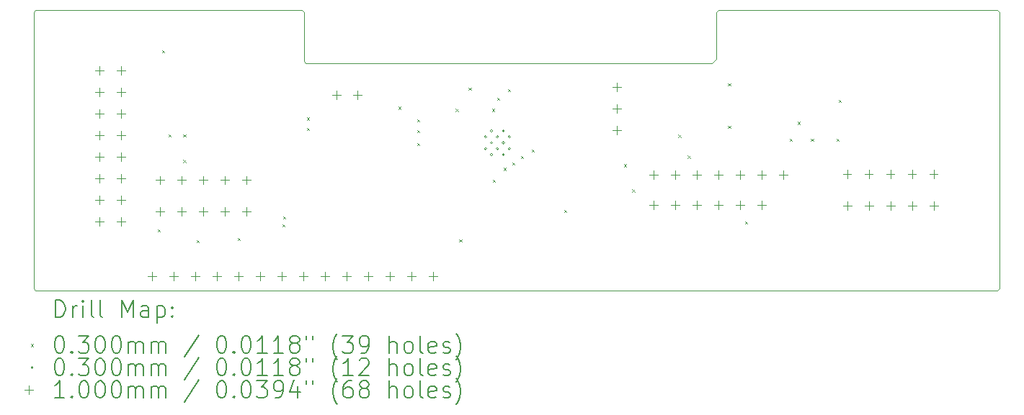
<source format=gbr>
%TF.GenerationSoftware,KiCad,Pcbnew,9.0.4-9.0.4-0~ubuntu22.04.1*%
%TF.CreationDate,2025-10-18T22:49:02+02:00*%
%TF.ProjectId,YR,59522e6b-6963-4616-945f-706362585858,rev?*%
%TF.SameCoordinates,Original*%
%TF.FileFunction,Drillmap*%
%TF.FilePolarity,Positive*%
%FSLAX45Y45*%
G04 Gerber Fmt 4.5, Leading zero omitted, Abs format (unit mm)*
G04 Created by KiCad (PCBNEW 9.0.4-9.0.4-0~ubuntu22.04.1) date 2025-10-18 22:49:02*
%MOMM*%
%LPD*%
G01*
G04 APERTURE LIST*
%ADD10C,0.050000*%
%ADD11C,0.200000*%
%ADD12C,0.100000*%
G04 APERTURE END LIST*
D10*
X12600000Y-5625000D02*
X17375000Y-5625000D01*
X9400000Y-5025000D02*
X9400000Y-8275000D01*
X20750000Y-8275000D02*
X20725000Y-8300000D01*
X20725000Y-8300000D02*
X9425000Y-8300000D01*
X17375000Y-5625000D02*
X17425000Y-5575000D01*
X17425000Y-5025000D02*
X17450000Y-5000000D01*
X9425000Y-8300000D02*
X9400000Y-8275000D01*
X17450000Y-5000000D02*
X20725000Y-5000000D01*
X9425000Y-5000000D02*
X9400000Y-5025000D01*
X12575000Y-5600000D02*
X12600000Y-5625000D01*
X17425000Y-5575000D02*
X17425000Y-5025000D01*
X9425000Y-5000000D02*
X12550000Y-5000000D01*
X12550000Y-5000000D02*
X12575000Y-5025000D01*
X12575000Y-5025000D02*
X12575000Y-5600000D01*
X20725000Y-5000000D02*
X20750000Y-5025000D01*
X20750000Y-5025000D02*
X20750000Y-8275000D01*
D11*
D12*
X10856200Y-7579600D02*
X10886200Y-7609600D01*
X10886200Y-7579600D02*
X10856200Y-7609600D01*
X10907000Y-5471400D02*
X10937000Y-5501400D01*
X10937000Y-5471400D02*
X10907000Y-5501400D01*
X10985000Y-6460000D02*
X11015000Y-6490000D01*
X11015000Y-6460000D02*
X10985000Y-6490000D01*
X11160000Y-6460000D02*
X11190000Y-6490000D01*
X11190000Y-6460000D02*
X11160000Y-6490000D01*
X11160000Y-6760000D02*
X11190000Y-6790000D01*
X11190000Y-6760000D02*
X11160000Y-6790000D01*
X11313400Y-7706600D02*
X11343400Y-7736600D01*
X11343400Y-7706600D02*
X11313400Y-7736600D01*
X11796000Y-7679600D02*
X11826000Y-7709600D01*
X11826000Y-7679600D02*
X11796000Y-7709600D01*
X12320749Y-7519200D02*
X12350749Y-7549200D01*
X12350749Y-7519200D02*
X12320749Y-7549200D01*
X12329400Y-7427200D02*
X12359400Y-7457200D01*
X12359400Y-7427200D02*
X12329400Y-7457200D01*
X12610000Y-6260000D02*
X12640000Y-6290000D01*
X12640000Y-6260000D02*
X12610000Y-6290000D01*
X12610000Y-6385000D02*
X12640000Y-6415000D01*
X12640000Y-6385000D02*
X12610000Y-6415000D01*
X13685000Y-6135000D02*
X13715000Y-6165000D01*
X13715000Y-6135000D02*
X13685000Y-6165000D01*
X13904200Y-6284200D02*
X13934200Y-6314200D01*
X13934200Y-6284200D02*
X13904200Y-6314200D01*
X13904200Y-6411200D02*
X13934200Y-6441200D01*
X13934200Y-6411200D02*
X13904200Y-6441200D01*
X13904200Y-6563600D02*
X13934200Y-6593600D01*
X13934200Y-6563600D02*
X13904200Y-6593600D01*
X14360000Y-6160000D02*
X14390000Y-6190000D01*
X14390000Y-6160000D02*
X14360000Y-6190000D01*
X14403356Y-7697756D02*
X14433356Y-7727756D01*
X14433356Y-7697756D02*
X14403356Y-7727756D01*
X14510000Y-5910000D02*
X14540000Y-5940000D01*
X14540000Y-5910000D02*
X14510000Y-5940000D01*
X14785000Y-6160000D02*
X14815000Y-6190000D01*
X14815000Y-6160000D02*
X14785000Y-6190000D01*
X14793200Y-6995400D02*
X14823200Y-7025400D01*
X14823200Y-6995400D02*
X14793200Y-7025400D01*
X14844000Y-6030200D02*
X14874000Y-6060200D01*
X14874000Y-6030200D02*
X14844000Y-6060200D01*
X14920200Y-6856000D02*
X14950200Y-6886000D01*
X14950200Y-6856000D02*
X14920200Y-6886000D01*
X14971000Y-5928600D02*
X15001000Y-5958600D01*
X15001000Y-5928600D02*
X14971000Y-5958600D01*
X15021800Y-6792200D02*
X15051800Y-6822200D01*
X15051800Y-6792200D02*
X15021800Y-6822200D01*
X15123400Y-6716000D02*
X15153400Y-6746000D01*
X15153400Y-6716000D02*
X15123400Y-6746000D01*
X15250400Y-6639800D02*
X15280400Y-6669800D01*
X15280400Y-6639800D02*
X15250400Y-6669800D01*
X15631400Y-7351000D02*
X15661400Y-7381000D01*
X15661400Y-7351000D02*
X15631400Y-7381000D01*
X16335000Y-6810000D02*
X16365000Y-6840000D01*
X16365000Y-6810000D02*
X16335000Y-6840000D01*
X16435000Y-7110000D02*
X16465000Y-7140000D01*
X16465000Y-7110000D02*
X16435000Y-7140000D01*
X16973218Y-6465034D02*
X17003218Y-6495034D01*
X17003218Y-6465034D02*
X16973218Y-6495034D01*
X17085000Y-6710000D02*
X17115000Y-6740000D01*
X17115000Y-6710000D02*
X17085000Y-6740000D01*
X17560000Y-5860000D02*
X17590000Y-5890000D01*
X17590000Y-5860000D02*
X17560000Y-5890000D01*
X17560000Y-6360000D02*
X17590000Y-6390000D01*
X17590000Y-6360000D02*
X17560000Y-6390000D01*
X17760000Y-7485000D02*
X17790000Y-7515000D01*
X17790000Y-7485000D02*
X17760000Y-7515000D01*
X18285000Y-6510000D02*
X18315000Y-6540000D01*
X18315000Y-6510000D02*
X18285000Y-6540000D01*
X18375000Y-6310000D02*
X18405000Y-6340000D01*
X18405000Y-6310000D02*
X18375000Y-6340000D01*
X18535000Y-6510000D02*
X18565000Y-6540000D01*
X18565000Y-6510000D02*
X18535000Y-6540000D01*
X18835000Y-6510000D02*
X18865000Y-6540000D01*
X18865000Y-6510000D02*
X18835000Y-6540000D01*
X18857200Y-6055600D02*
X18887200Y-6085600D01*
X18887200Y-6055600D02*
X18857200Y-6085600D01*
X14725000Y-6490000D02*
G75*
G02*
X14695000Y-6490000I-15000J0D01*
G01*
X14695000Y-6490000D02*
G75*
G02*
X14725000Y-6490000I15000J0D01*
G01*
X14725000Y-6630000D02*
G75*
G02*
X14695000Y-6630000I-15000J0D01*
G01*
X14695000Y-6630000D02*
G75*
G02*
X14725000Y-6630000I15000J0D01*
G01*
X14795000Y-6420000D02*
G75*
G02*
X14765000Y-6420000I-15000J0D01*
G01*
X14765000Y-6420000D02*
G75*
G02*
X14795000Y-6420000I15000J0D01*
G01*
X14795000Y-6560000D02*
G75*
G02*
X14765000Y-6560000I-15000J0D01*
G01*
X14765000Y-6560000D02*
G75*
G02*
X14795000Y-6560000I15000J0D01*
G01*
X14795000Y-6700000D02*
G75*
G02*
X14765000Y-6700000I-15000J0D01*
G01*
X14765000Y-6700000D02*
G75*
G02*
X14795000Y-6700000I15000J0D01*
G01*
X14865000Y-6490000D02*
G75*
G02*
X14835000Y-6490000I-15000J0D01*
G01*
X14835000Y-6490000D02*
G75*
G02*
X14865000Y-6490000I15000J0D01*
G01*
X14865000Y-6630000D02*
G75*
G02*
X14835000Y-6630000I-15000J0D01*
G01*
X14835000Y-6630000D02*
G75*
G02*
X14865000Y-6630000I15000J0D01*
G01*
X14935000Y-6420000D02*
G75*
G02*
X14905000Y-6420000I-15000J0D01*
G01*
X14905000Y-6420000D02*
G75*
G02*
X14935000Y-6420000I15000J0D01*
G01*
X14935000Y-6560000D02*
G75*
G02*
X14905000Y-6560000I-15000J0D01*
G01*
X14905000Y-6560000D02*
G75*
G02*
X14935000Y-6560000I15000J0D01*
G01*
X14935000Y-6700000D02*
G75*
G02*
X14905000Y-6700000I-15000J0D01*
G01*
X14905000Y-6700000D02*
G75*
G02*
X14935000Y-6700000I15000J0D01*
G01*
X15005000Y-6490000D02*
G75*
G02*
X14975000Y-6490000I-15000J0D01*
G01*
X14975000Y-6490000D02*
G75*
G02*
X15005000Y-6490000I15000J0D01*
G01*
X15005000Y-6630000D02*
G75*
G02*
X14975000Y-6630000I-15000J0D01*
G01*
X14975000Y-6630000D02*
G75*
G02*
X15005000Y-6630000I15000J0D01*
G01*
X10175000Y-5661000D02*
X10175000Y-5761000D01*
X10125000Y-5711000D02*
X10225000Y-5711000D01*
X10175000Y-5915000D02*
X10175000Y-6015000D01*
X10125000Y-5965000D02*
X10225000Y-5965000D01*
X10175000Y-6169000D02*
X10175000Y-6269000D01*
X10125000Y-6219000D02*
X10225000Y-6219000D01*
X10175000Y-6423000D02*
X10175000Y-6523000D01*
X10125000Y-6473000D02*
X10225000Y-6473000D01*
X10175000Y-6677000D02*
X10175000Y-6777000D01*
X10125000Y-6727000D02*
X10225000Y-6727000D01*
X10175000Y-6931000D02*
X10175000Y-7031000D01*
X10125000Y-6981000D02*
X10225000Y-6981000D01*
X10175000Y-7185000D02*
X10175000Y-7285000D01*
X10125000Y-7235000D02*
X10225000Y-7235000D01*
X10175000Y-7439000D02*
X10175000Y-7539000D01*
X10125000Y-7489000D02*
X10225000Y-7489000D01*
X10429000Y-5661000D02*
X10429000Y-5761000D01*
X10379000Y-5711000D02*
X10479000Y-5711000D01*
X10429000Y-5915000D02*
X10429000Y-6015000D01*
X10379000Y-5965000D02*
X10479000Y-5965000D01*
X10429000Y-6169000D02*
X10429000Y-6269000D01*
X10379000Y-6219000D02*
X10479000Y-6219000D01*
X10429000Y-6423000D02*
X10429000Y-6523000D01*
X10379000Y-6473000D02*
X10479000Y-6473000D01*
X10429000Y-6677000D02*
X10429000Y-6777000D01*
X10379000Y-6727000D02*
X10479000Y-6727000D01*
X10429000Y-6931000D02*
X10429000Y-7031000D01*
X10379000Y-6981000D02*
X10479000Y-6981000D01*
X10429000Y-7185000D02*
X10429000Y-7285000D01*
X10379000Y-7235000D02*
X10479000Y-7235000D01*
X10429000Y-7439000D02*
X10429000Y-7539000D01*
X10379000Y-7489000D02*
X10479000Y-7489000D01*
X10795000Y-8078000D02*
X10795000Y-8178000D01*
X10745000Y-8128000D02*
X10845000Y-8128000D01*
X10884000Y-7316000D02*
X10884000Y-7416000D01*
X10834000Y-7366000D02*
X10934000Y-7366000D01*
X10888000Y-6950000D02*
X10888000Y-7050000D01*
X10838000Y-7000000D02*
X10938000Y-7000000D01*
X11049000Y-8078000D02*
X11049000Y-8178000D01*
X10999000Y-8128000D02*
X11099000Y-8128000D01*
X11138000Y-7316000D02*
X11138000Y-7416000D01*
X11088000Y-7366000D02*
X11188000Y-7366000D01*
X11142000Y-6950000D02*
X11142000Y-7050000D01*
X11092000Y-7000000D02*
X11192000Y-7000000D01*
X11303000Y-8078000D02*
X11303000Y-8178000D01*
X11253000Y-8128000D02*
X11353000Y-8128000D01*
X11392000Y-7316000D02*
X11392000Y-7416000D01*
X11342000Y-7366000D02*
X11442000Y-7366000D01*
X11396000Y-6950000D02*
X11396000Y-7050000D01*
X11346000Y-7000000D02*
X11446000Y-7000000D01*
X11557000Y-8078000D02*
X11557000Y-8178000D01*
X11507000Y-8128000D02*
X11607000Y-8128000D01*
X11646000Y-7316000D02*
X11646000Y-7416000D01*
X11596000Y-7366000D02*
X11696000Y-7366000D01*
X11650000Y-6950000D02*
X11650000Y-7050000D01*
X11600000Y-7000000D02*
X11700000Y-7000000D01*
X11811000Y-8078000D02*
X11811000Y-8178000D01*
X11761000Y-8128000D02*
X11861000Y-8128000D01*
X11900000Y-7316000D02*
X11900000Y-7416000D01*
X11850000Y-7366000D02*
X11950000Y-7366000D01*
X11904000Y-6950000D02*
X11904000Y-7050000D01*
X11854000Y-7000000D02*
X11954000Y-7000000D01*
X12065000Y-8078000D02*
X12065000Y-8178000D01*
X12015000Y-8128000D02*
X12115000Y-8128000D01*
X12319000Y-8078000D02*
X12319000Y-8178000D01*
X12269000Y-8128000D02*
X12369000Y-8128000D01*
X12573000Y-8078000D02*
X12573000Y-8178000D01*
X12523000Y-8128000D02*
X12623000Y-8128000D01*
X12827000Y-8078000D02*
X12827000Y-8178000D01*
X12777000Y-8128000D02*
X12877000Y-8128000D01*
X12958000Y-5950000D02*
X12958000Y-6050000D01*
X12908000Y-6000000D02*
X13008000Y-6000000D01*
X13081000Y-8078000D02*
X13081000Y-8178000D01*
X13031000Y-8128000D02*
X13131000Y-8128000D01*
X13208000Y-5950000D02*
X13208000Y-6050000D01*
X13158000Y-6000000D02*
X13258000Y-6000000D01*
X13335000Y-8078000D02*
X13335000Y-8178000D01*
X13285000Y-8128000D02*
X13385000Y-8128000D01*
X13589000Y-8078000D02*
X13589000Y-8178000D01*
X13539000Y-8128000D02*
X13639000Y-8128000D01*
X13843000Y-8078000D02*
X13843000Y-8178000D01*
X13793000Y-8128000D02*
X13893000Y-8128000D01*
X14097000Y-8078000D02*
X14097000Y-8178000D01*
X14047000Y-8128000D02*
X14147000Y-8128000D01*
X16256000Y-5855500D02*
X16256000Y-5955500D01*
X16206000Y-5905500D02*
X16306000Y-5905500D01*
X16256000Y-6109500D02*
X16256000Y-6209500D01*
X16206000Y-6159500D02*
X16306000Y-6159500D01*
X16256000Y-6363500D02*
X16256000Y-6463500D01*
X16206000Y-6413500D02*
X16306000Y-6413500D01*
X16687800Y-6884200D02*
X16687800Y-6984200D01*
X16637800Y-6934200D02*
X16737800Y-6934200D01*
X16687800Y-7239800D02*
X16687800Y-7339800D01*
X16637800Y-7289800D02*
X16737800Y-7289800D01*
X16941800Y-6884200D02*
X16941800Y-6984200D01*
X16891800Y-6934200D02*
X16991800Y-6934200D01*
X16941800Y-7239800D02*
X16941800Y-7339800D01*
X16891800Y-7289800D02*
X16991800Y-7289800D01*
X17195800Y-6884200D02*
X17195800Y-6984200D01*
X17145800Y-6934200D02*
X17245800Y-6934200D01*
X17195800Y-7239800D02*
X17195800Y-7339800D01*
X17145800Y-7289800D02*
X17245800Y-7289800D01*
X17449800Y-6884200D02*
X17449800Y-6984200D01*
X17399800Y-6934200D02*
X17499800Y-6934200D01*
X17449800Y-7239800D02*
X17449800Y-7339800D01*
X17399800Y-7289800D02*
X17499800Y-7289800D01*
X17703800Y-6884200D02*
X17703800Y-6984200D01*
X17653800Y-6934200D02*
X17753800Y-6934200D01*
X17703800Y-7239800D02*
X17703800Y-7339800D01*
X17653800Y-7289800D02*
X17753800Y-7289800D01*
X17957800Y-6884200D02*
X17957800Y-6984200D01*
X17907800Y-6934200D02*
X18007800Y-6934200D01*
X17957800Y-7239800D02*
X17957800Y-7339800D01*
X17907800Y-7289800D02*
X18007800Y-7289800D01*
X18211800Y-6884200D02*
X18211800Y-6984200D01*
X18161800Y-6934200D02*
X18261800Y-6934200D01*
X18959000Y-6875000D02*
X18959000Y-6975000D01*
X18909000Y-6925000D02*
X19009000Y-6925000D01*
X18963000Y-7250000D02*
X18963000Y-7350000D01*
X18913000Y-7300000D02*
X19013000Y-7300000D01*
X19213000Y-6875000D02*
X19213000Y-6975000D01*
X19163000Y-6925000D02*
X19263000Y-6925000D01*
X19217000Y-7250000D02*
X19217000Y-7350000D01*
X19167000Y-7300000D02*
X19267000Y-7300000D01*
X19467000Y-6875000D02*
X19467000Y-6975000D01*
X19417000Y-6925000D02*
X19517000Y-6925000D01*
X19471000Y-7250000D02*
X19471000Y-7350000D01*
X19421000Y-7300000D02*
X19521000Y-7300000D01*
X19721000Y-6875000D02*
X19721000Y-6975000D01*
X19671000Y-6925000D02*
X19771000Y-6925000D01*
X19725000Y-7250000D02*
X19725000Y-7350000D01*
X19675000Y-7300000D02*
X19775000Y-7300000D01*
X19975000Y-6875000D02*
X19975000Y-6975000D01*
X19925000Y-6925000D02*
X20025000Y-6925000D01*
X19979000Y-7250000D02*
X19979000Y-7350000D01*
X19929000Y-7300000D02*
X20029000Y-7300000D01*
D11*
X9658277Y-8613984D02*
X9658277Y-8413984D01*
X9658277Y-8413984D02*
X9705896Y-8413984D01*
X9705896Y-8413984D02*
X9734467Y-8423508D01*
X9734467Y-8423508D02*
X9753515Y-8442555D01*
X9753515Y-8442555D02*
X9763039Y-8461603D01*
X9763039Y-8461603D02*
X9772563Y-8499698D01*
X9772563Y-8499698D02*
X9772563Y-8528270D01*
X9772563Y-8528270D02*
X9763039Y-8566365D01*
X9763039Y-8566365D02*
X9753515Y-8585412D01*
X9753515Y-8585412D02*
X9734467Y-8604460D01*
X9734467Y-8604460D02*
X9705896Y-8613984D01*
X9705896Y-8613984D02*
X9658277Y-8613984D01*
X9858277Y-8613984D02*
X9858277Y-8480650D01*
X9858277Y-8518746D02*
X9867801Y-8499698D01*
X9867801Y-8499698D02*
X9877324Y-8490174D01*
X9877324Y-8490174D02*
X9896372Y-8480650D01*
X9896372Y-8480650D02*
X9915420Y-8480650D01*
X9982086Y-8613984D02*
X9982086Y-8480650D01*
X9982086Y-8413984D02*
X9972563Y-8423508D01*
X9972563Y-8423508D02*
X9982086Y-8433031D01*
X9982086Y-8433031D02*
X9991610Y-8423508D01*
X9991610Y-8423508D02*
X9982086Y-8413984D01*
X9982086Y-8413984D02*
X9982086Y-8433031D01*
X10105896Y-8613984D02*
X10086848Y-8604460D01*
X10086848Y-8604460D02*
X10077324Y-8585412D01*
X10077324Y-8585412D02*
X10077324Y-8413984D01*
X10210658Y-8613984D02*
X10191610Y-8604460D01*
X10191610Y-8604460D02*
X10182086Y-8585412D01*
X10182086Y-8585412D02*
X10182086Y-8413984D01*
X10439229Y-8613984D02*
X10439229Y-8413984D01*
X10439229Y-8413984D02*
X10505896Y-8556841D01*
X10505896Y-8556841D02*
X10572563Y-8413984D01*
X10572563Y-8413984D02*
X10572563Y-8613984D01*
X10753515Y-8613984D02*
X10753515Y-8509222D01*
X10753515Y-8509222D02*
X10743991Y-8490174D01*
X10743991Y-8490174D02*
X10724944Y-8480650D01*
X10724944Y-8480650D02*
X10686848Y-8480650D01*
X10686848Y-8480650D02*
X10667801Y-8490174D01*
X10753515Y-8604460D02*
X10734467Y-8613984D01*
X10734467Y-8613984D02*
X10686848Y-8613984D01*
X10686848Y-8613984D02*
X10667801Y-8604460D01*
X10667801Y-8604460D02*
X10658277Y-8585412D01*
X10658277Y-8585412D02*
X10658277Y-8566365D01*
X10658277Y-8566365D02*
X10667801Y-8547317D01*
X10667801Y-8547317D02*
X10686848Y-8537793D01*
X10686848Y-8537793D02*
X10734467Y-8537793D01*
X10734467Y-8537793D02*
X10753515Y-8528270D01*
X10848753Y-8480650D02*
X10848753Y-8680650D01*
X10848753Y-8490174D02*
X10867801Y-8480650D01*
X10867801Y-8480650D02*
X10905896Y-8480650D01*
X10905896Y-8480650D02*
X10924944Y-8490174D01*
X10924944Y-8490174D02*
X10934467Y-8499698D01*
X10934467Y-8499698D02*
X10943991Y-8518746D01*
X10943991Y-8518746D02*
X10943991Y-8575889D01*
X10943991Y-8575889D02*
X10934467Y-8594936D01*
X10934467Y-8594936D02*
X10924944Y-8604460D01*
X10924944Y-8604460D02*
X10905896Y-8613984D01*
X10905896Y-8613984D02*
X10867801Y-8613984D01*
X10867801Y-8613984D02*
X10848753Y-8604460D01*
X11029705Y-8594936D02*
X11039229Y-8604460D01*
X11039229Y-8604460D02*
X11029705Y-8613984D01*
X11029705Y-8613984D02*
X11020182Y-8604460D01*
X11020182Y-8604460D02*
X11029705Y-8594936D01*
X11029705Y-8594936D02*
X11029705Y-8613984D01*
X11029705Y-8490174D02*
X11039229Y-8499698D01*
X11039229Y-8499698D02*
X11029705Y-8509222D01*
X11029705Y-8509222D02*
X11020182Y-8499698D01*
X11020182Y-8499698D02*
X11029705Y-8490174D01*
X11029705Y-8490174D02*
X11029705Y-8509222D01*
D12*
X9367500Y-8927500D02*
X9397500Y-8957500D01*
X9397500Y-8927500D02*
X9367500Y-8957500D01*
D11*
X9696372Y-8833984D02*
X9715420Y-8833984D01*
X9715420Y-8833984D02*
X9734467Y-8843508D01*
X9734467Y-8843508D02*
X9743991Y-8853031D01*
X9743991Y-8853031D02*
X9753515Y-8872079D01*
X9753515Y-8872079D02*
X9763039Y-8910174D01*
X9763039Y-8910174D02*
X9763039Y-8957793D01*
X9763039Y-8957793D02*
X9753515Y-8995889D01*
X9753515Y-8995889D02*
X9743991Y-9014936D01*
X9743991Y-9014936D02*
X9734467Y-9024460D01*
X9734467Y-9024460D02*
X9715420Y-9033984D01*
X9715420Y-9033984D02*
X9696372Y-9033984D01*
X9696372Y-9033984D02*
X9677324Y-9024460D01*
X9677324Y-9024460D02*
X9667801Y-9014936D01*
X9667801Y-9014936D02*
X9658277Y-8995889D01*
X9658277Y-8995889D02*
X9648753Y-8957793D01*
X9648753Y-8957793D02*
X9648753Y-8910174D01*
X9648753Y-8910174D02*
X9658277Y-8872079D01*
X9658277Y-8872079D02*
X9667801Y-8853031D01*
X9667801Y-8853031D02*
X9677324Y-8843508D01*
X9677324Y-8843508D02*
X9696372Y-8833984D01*
X9848753Y-9014936D02*
X9858277Y-9024460D01*
X9858277Y-9024460D02*
X9848753Y-9033984D01*
X9848753Y-9033984D02*
X9839229Y-9024460D01*
X9839229Y-9024460D02*
X9848753Y-9014936D01*
X9848753Y-9014936D02*
X9848753Y-9033984D01*
X9924944Y-8833984D02*
X10048753Y-8833984D01*
X10048753Y-8833984D02*
X9982086Y-8910174D01*
X9982086Y-8910174D02*
X10010658Y-8910174D01*
X10010658Y-8910174D02*
X10029705Y-8919698D01*
X10029705Y-8919698D02*
X10039229Y-8929222D01*
X10039229Y-8929222D02*
X10048753Y-8948270D01*
X10048753Y-8948270D02*
X10048753Y-8995889D01*
X10048753Y-8995889D02*
X10039229Y-9014936D01*
X10039229Y-9014936D02*
X10029705Y-9024460D01*
X10029705Y-9024460D02*
X10010658Y-9033984D01*
X10010658Y-9033984D02*
X9953515Y-9033984D01*
X9953515Y-9033984D02*
X9934467Y-9024460D01*
X9934467Y-9024460D02*
X9924944Y-9014936D01*
X10172563Y-8833984D02*
X10191610Y-8833984D01*
X10191610Y-8833984D02*
X10210658Y-8843508D01*
X10210658Y-8843508D02*
X10220182Y-8853031D01*
X10220182Y-8853031D02*
X10229705Y-8872079D01*
X10229705Y-8872079D02*
X10239229Y-8910174D01*
X10239229Y-8910174D02*
X10239229Y-8957793D01*
X10239229Y-8957793D02*
X10229705Y-8995889D01*
X10229705Y-8995889D02*
X10220182Y-9014936D01*
X10220182Y-9014936D02*
X10210658Y-9024460D01*
X10210658Y-9024460D02*
X10191610Y-9033984D01*
X10191610Y-9033984D02*
X10172563Y-9033984D01*
X10172563Y-9033984D02*
X10153515Y-9024460D01*
X10153515Y-9024460D02*
X10143991Y-9014936D01*
X10143991Y-9014936D02*
X10134467Y-8995889D01*
X10134467Y-8995889D02*
X10124944Y-8957793D01*
X10124944Y-8957793D02*
X10124944Y-8910174D01*
X10124944Y-8910174D02*
X10134467Y-8872079D01*
X10134467Y-8872079D02*
X10143991Y-8853031D01*
X10143991Y-8853031D02*
X10153515Y-8843508D01*
X10153515Y-8843508D02*
X10172563Y-8833984D01*
X10363039Y-8833984D02*
X10382086Y-8833984D01*
X10382086Y-8833984D02*
X10401134Y-8843508D01*
X10401134Y-8843508D02*
X10410658Y-8853031D01*
X10410658Y-8853031D02*
X10420182Y-8872079D01*
X10420182Y-8872079D02*
X10429705Y-8910174D01*
X10429705Y-8910174D02*
X10429705Y-8957793D01*
X10429705Y-8957793D02*
X10420182Y-8995889D01*
X10420182Y-8995889D02*
X10410658Y-9014936D01*
X10410658Y-9014936D02*
X10401134Y-9024460D01*
X10401134Y-9024460D02*
X10382086Y-9033984D01*
X10382086Y-9033984D02*
X10363039Y-9033984D01*
X10363039Y-9033984D02*
X10343991Y-9024460D01*
X10343991Y-9024460D02*
X10334467Y-9014936D01*
X10334467Y-9014936D02*
X10324944Y-8995889D01*
X10324944Y-8995889D02*
X10315420Y-8957793D01*
X10315420Y-8957793D02*
X10315420Y-8910174D01*
X10315420Y-8910174D02*
X10324944Y-8872079D01*
X10324944Y-8872079D02*
X10334467Y-8853031D01*
X10334467Y-8853031D02*
X10343991Y-8843508D01*
X10343991Y-8843508D02*
X10363039Y-8833984D01*
X10515420Y-9033984D02*
X10515420Y-8900650D01*
X10515420Y-8919698D02*
X10524944Y-8910174D01*
X10524944Y-8910174D02*
X10543991Y-8900650D01*
X10543991Y-8900650D02*
X10572563Y-8900650D01*
X10572563Y-8900650D02*
X10591610Y-8910174D01*
X10591610Y-8910174D02*
X10601134Y-8929222D01*
X10601134Y-8929222D02*
X10601134Y-9033984D01*
X10601134Y-8929222D02*
X10610658Y-8910174D01*
X10610658Y-8910174D02*
X10629705Y-8900650D01*
X10629705Y-8900650D02*
X10658277Y-8900650D01*
X10658277Y-8900650D02*
X10677325Y-8910174D01*
X10677325Y-8910174D02*
X10686848Y-8929222D01*
X10686848Y-8929222D02*
X10686848Y-9033984D01*
X10782086Y-9033984D02*
X10782086Y-8900650D01*
X10782086Y-8919698D02*
X10791610Y-8910174D01*
X10791610Y-8910174D02*
X10810658Y-8900650D01*
X10810658Y-8900650D02*
X10839229Y-8900650D01*
X10839229Y-8900650D02*
X10858277Y-8910174D01*
X10858277Y-8910174D02*
X10867801Y-8929222D01*
X10867801Y-8929222D02*
X10867801Y-9033984D01*
X10867801Y-8929222D02*
X10877325Y-8910174D01*
X10877325Y-8910174D02*
X10896372Y-8900650D01*
X10896372Y-8900650D02*
X10924944Y-8900650D01*
X10924944Y-8900650D02*
X10943991Y-8910174D01*
X10943991Y-8910174D02*
X10953515Y-8929222D01*
X10953515Y-8929222D02*
X10953515Y-9033984D01*
X11343991Y-8824460D02*
X11172563Y-9081603D01*
X11601134Y-8833984D02*
X11620182Y-8833984D01*
X11620182Y-8833984D02*
X11639229Y-8843508D01*
X11639229Y-8843508D02*
X11648753Y-8853031D01*
X11648753Y-8853031D02*
X11658277Y-8872079D01*
X11658277Y-8872079D02*
X11667801Y-8910174D01*
X11667801Y-8910174D02*
X11667801Y-8957793D01*
X11667801Y-8957793D02*
X11658277Y-8995889D01*
X11658277Y-8995889D02*
X11648753Y-9014936D01*
X11648753Y-9014936D02*
X11639229Y-9024460D01*
X11639229Y-9024460D02*
X11620182Y-9033984D01*
X11620182Y-9033984D02*
X11601134Y-9033984D01*
X11601134Y-9033984D02*
X11582086Y-9024460D01*
X11582086Y-9024460D02*
X11572563Y-9014936D01*
X11572563Y-9014936D02*
X11563039Y-8995889D01*
X11563039Y-8995889D02*
X11553515Y-8957793D01*
X11553515Y-8957793D02*
X11553515Y-8910174D01*
X11553515Y-8910174D02*
X11563039Y-8872079D01*
X11563039Y-8872079D02*
X11572563Y-8853031D01*
X11572563Y-8853031D02*
X11582086Y-8843508D01*
X11582086Y-8843508D02*
X11601134Y-8833984D01*
X11753515Y-9014936D02*
X11763039Y-9024460D01*
X11763039Y-9024460D02*
X11753515Y-9033984D01*
X11753515Y-9033984D02*
X11743991Y-9024460D01*
X11743991Y-9024460D02*
X11753515Y-9014936D01*
X11753515Y-9014936D02*
X11753515Y-9033984D01*
X11886848Y-8833984D02*
X11905896Y-8833984D01*
X11905896Y-8833984D02*
X11924944Y-8843508D01*
X11924944Y-8843508D02*
X11934467Y-8853031D01*
X11934467Y-8853031D02*
X11943991Y-8872079D01*
X11943991Y-8872079D02*
X11953515Y-8910174D01*
X11953515Y-8910174D02*
X11953515Y-8957793D01*
X11953515Y-8957793D02*
X11943991Y-8995889D01*
X11943991Y-8995889D02*
X11934467Y-9014936D01*
X11934467Y-9014936D02*
X11924944Y-9024460D01*
X11924944Y-9024460D02*
X11905896Y-9033984D01*
X11905896Y-9033984D02*
X11886848Y-9033984D01*
X11886848Y-9033984D02*
X11867801Y-9024460D01*
X11867801Y-9024460D02*
X11858277Y-9014936D01*
X11858277Y-9014936D02*
X11848753Y-8995889D01*
X11848753Y-8995889D02*
X11839229Y-8957793D01*
X11839229Y-8957793D02*
X11839229Y-8910174D01*
X11839229Y-8910174D02*
X11848753Y-8872079D01*
X11848753Y-8872079D02*
X11858277Y-8853031D01*
X11858277Y-8853031D02*
X11867801Y-8843508D01*
X11867801Y-8843508D02*
X11886848Y-8833984D01*
X12143991Y-9033984D02*
X12029706Y-9033984D01*
X12086848Y-9033984D02*
X12086848Y-8833984D01*
X12086848Y-8833984D02*
X12067801Y-8862555D01*
X12067801Y-8862555D02*
X12048753Y-8881603D01*
X12048753Y-8881603D02*
X12029706Y-8891127D01*
X12334467Y-9033984D02*
X12220182Y-9033984D01*
X12277325Y-9033984D02*
X12277325Y-8833984D01*
X12277325Y-8833984D02*
X12258277Y-8862555D01*
X12258277Y-8862555D02*
X12239229Y-8881603D01*
X12239229Y-8881603D02*
X12220182Y-8891127D01*
X12448753Y-8919698D02*
X12429706Y-8910174D01*
X12429706Y-8910174D02*
X12420182Y-8900650D01*
X12420182Y-8900650D02*
X12410658Y-8881603D01*
X12410658Y-8881603D02*
X12410658Y-8872079D01*
X12410658Y-8872079D02*
X12420182Y-8853031D01*
X12420182Y-8853031D02*
X12429706Y-8843508D01*
X12429706Y-8843508D02*
X12448753Y-8833984D01*
X12448753Y-8833984D02*
X12486848Y-8833984D01*
X12486848Y-8833984D02*
X12505896Y-8843508D01*
X12505896Y-8843508D02*
X12515420Y-8853031D01*
X12515420Y-8853031D02*
X12524944Y-8872079D01*
X12524944Y-8872079D02*
X12524944Y-8881603D01*
X12524944Y-8881603D02*
X12515420Y-8900650D01*
X12515420Y-8900650D02*
X12505896Y-8910174D01*
X12505896Y-8910174D02*
X12486848Y-8919698D01*
X12486848Y-8919698D02*
X12448753Y-8919698D01*
X12448753Y-8919698D02*
X12429706Y-8929222D01*
X12429706Y-8929222D02*
X12420182Y-8938746D01*
X12420182Y-8938746D02*
X12410658Y-8957793D01*
X12410658Y-8957793D02*
X12410658Y-8995889D01*
X12410658Y-8995889D02*
X12420182Y-9014936D01*
X12420182Y-9014936D02*
X12429706Y-9024460D01*
X12429706Y-9024460D02*
X12448753Y-9033984D01*
X12448753Y-9033984D02*
X12486848Y-9033984D01*
X12486848Y-9033984D02*
X12505896Y-9024460D01*
X12505896Y-9024460D02*
X12515420Y-9014936D01*
X12515420Y-9014936D02*
X12524944Y-8995889D01*
X12524944Y-8995889D02*
X12524944Y-8957793D01*
X12524944Y-8957793D02*
X12515420Y-8938746D01*
X12515420Y-8938746D02*
X12505896Y-8929222D01*
X12505896Y-8929222D02*
X12486848Y-8919698D01*
X12601134Y-8833984D02*
X12601134Y-8872079D01*
X12677325Y-8833984D02*
X12677325Y-8872079D01*
X12972563Y-9110174D02*
X12963039Y-9100650D01*
X12963039Y-9100650D02*
X12943991Y-9072079D01*
X12943991Y-9072079D02*
X12934468Y-9053031D01*
X12934468Y-9053031D02*
X12924944Y-9024460D01*
X12924944Y-9024460D02*
X12915420Y-8976841D01*
X12915420Y-8976841D02*
X12915420Y-8938746D01*
X12915420Y-8938746D02*
X12924944Y-8891127D01*
X12924944Y-8891127D02*
X12934468Y-8862555D01*
X12934468Y-8862555D02*
X12943991Y-8843508D01*
X12943991Y-8843508D02*
X12963039Y-8814936D01*
X12963039Y-8814936D02*
X12972563Y-8805412D01*
X13029706Y-8833984D02*
X13153515Y-8833984D01*
X13153515Y-8833984D02*
X13086848Y-8910174D01*
X13086848Y-8910174D02*
X13115420Y-8910174D01*
X13115420Y-8910174D02*
X13134468Y-8919698D01*
X13134468Y-8919698D02*
X13143991Y-8929222D01*
X13143991Y-8929222D02*
X13153515Y-8948270D01*
X13153515Y-8948270D02*
X13153515Y-8995889D01*
X13153515Y-8995889D02*
X13143991Y-9014936D01*
X13143991Y-9014936D02*
X13134468Y-9024460D01*
X13134468Y-9024460D02*
X13115420Y-9033984D01*
X13115420Y-9033984D02*
X13058277Y-9033984D01*
X13058277Y-9033984D02*
X13039229Y-9024460D01*
X13039229Y-9024460D02*
X13029706Y-9014936D01*
X13248753Y-9033984D02*
X13286848Y-9033984D01*
X13286848Y-9033984D02*
X13305896Y-9024460D01*
X13305896Y-9024460D02*
X13315420Y-9014936D01*
X13315420Y-9014936D02*
X13334468Y-8986365D01*
X13334468Y-8986365D02*
X13343991Y-8948270D01*
X13343991Y-8948270D02*
X13343991Y-8872079D01*
X13343991Y-8872079D02*
X13334468Y-8853031D01*
X13334468Y-8853031D02*
X13324944Y-8843508D01*
X13324944Y-8843508D02*
X13305896Y-8833984D01*
X13305896Y-8833984D02*
X13267801Y-8833984D01*
X13267801Y-8833984D02*
X13248753Y-8843508D01*
X13248753Y-8843508D02*
X13239229Y-8853031D01*
X13239229Y-8853031D02*
X13229706Y-8872079D01*
X13229706Y-8872079D02*
X13229706Y-8919698D01*
X13229706Y-8919698D02*
X13239229Y-8938746D01*
X13239229Y-8938746D02*
X13248753Y-8948270D01*
X13248753Y-8948270D02*
X13267801Y-8957793D01*
X13267801Y-8957793D02*
X13305896Y-8957793D01*
X13305896Y-8957793D02*
X13324944Y-8948270D01*
X13324944Y-8948270D02*
X13334468Y-8938746D01*
X13334468Y-8938746D02*
X13343991Y-8919698D01*
X13582087Y-9033984D02*
X13582087Y-8833984D01*
X13667801Y-9033984D02*
X13667801Y-8929222D01*
X13667801Y-8929222D02*
X13658277Y-8910174D01*
X13658277Y-8910174D02*
X13639230Y-8900650D01*
X13639230Y-8900650D02*
X13610658Y-8900650D01*
X13610658Y-8900650D02*
X13591610Y-8910174D01*
X13591610Y-8910174D02*
X13582087Y-8919698D01*
X13791610Y-9033984D02*
X13772563Y-9024460D01*
X13772563Y-9024460D02*
X13763039Y-9014936D01*
X13763039Y-9014936D02*
X13753515Y-8995889D01*
X13753515Y-8995889D02*
X13753515Y-8938746D01*
X13753515Y-8938746D02*
X13763039Y-8919698D01*
X13763039Y-8919698D02*
X13772563Y-8910174D01*
X13772563Y-8910174D02*
X13791610Y-8900650D01*
X13791610Y-8900650D02*
X13820182Y-8900650D01*
X13820182Y-8900650D02*
X13839230Y-8910174D01*
X13839230Y-8910174D02*
X13848753Y-8919698D01*
X13848753Y-8919698D02*
X13858277Y-8938746D01*
X13858277Y-8938746D02*
X13858277Y-8995889D01*
X13858277Y-8995889D02*
X13848753Y-9014936D01*
X13848753Y-9014936D02*
X13839230Y-9024460D01*
X13839230Y-9024460D02*
X13820182Y-9033984D01*
X13820182Y-9033984D02*
X13791610Y-9033984D01*
X13972563Y-9033984D02*
X13953515Y-9024460D01*
X13953515Y-9024460D02*
X13943991Y-9005412D01*
X13943991Y-9005412D02*
X13943991Y-8833984D01*
X14124944Y-9024460D02*
X14105896Y-9033984D01*
X14105896Y-9033984D02*
X14067801Y-9033984D01*
X14067801Y-9033984D02*
X14048753Y-9024460D01*
X14048753Y-9024460D02*
X14039230Y-9005412D01*
X14039230Y-9005412D02*
X14039230Y-8929222D01*
X14039230Y-8929222D02*
X14048753Y-8910174D01*
X14048753Y-8910174D02*
X14067801Y-8900650D01*
X14067801Y-8900650D02*
X14105896Y-8900650D01*
X14105896Y-8900650D02*
X14124944Y-8910174D01*
X14124944Y-8910174D02*
X14134468Y-8929222D01*
X14134468Y-8929222D02*
X14134468Y-8948270D01*
X14134468Y-8948270D02*
X14039230Y-8967317D01*
X14210658Y-9024460D02*
X14229706Y-9033984D01*
X14229706Y-9033984D02*
X14267801Y-9033984D01*
X14267801Y-9033984D02*
X14286849Y-9024460D01*
X14286849Y-9024460D02*
X14296372Y-9005412D01*
X14296372Y-9005412D02*
X14296372Y-8995889D01*
X14296372Y-8995889D02*
X14286849Y-8976841D01*
X14286849Y-8976841D02*
X14267801Y-8967317D01*
X14267801Y-8967317D02*
X14239230Y-8967317D01*
X14239230Y-8967317D02*
X14220182Y-8957793D01*
X14220182Y-8957793D02*
X14210658Y-8938746D01*
X14210658Y-8938746D02*
X14210658Y-8929222D01*
X14210658Y-8929222D02*
X14220182Y-8910174D01*
X14220182Y-8910174D02*
X14239230Y-8900650D01*
X14239230Y-8900650D02*
X14267801Y-8900650D01*
X14267801Y-8900650D02*
X14286849Y-8910174D01*
X14363039Y-9110174D02*
X14372563Y-9100650D01*
X14372563Y-9100650D02*
X14391611Y-9072079D01*
X14391611Y-9072079D02*
X14401134Y-9053031D01*
X14401134Y-9053031D02*
X14410658Y-9024460D01*
X14410658Y-9024460D02*
X14420182Y-8976841D01*
X14420182Y-8976841D02*
X14420182Y-8938746D01*
X14420182Y-8938746D02*
X14410658Y-8891127D01*
X14410658Y-8891127D02*
X14401134Y-8862555D01*
X14401134Y-8862555D02*
X14391611Y-8843508D01*
X14391611Y-8843508D02*
X14372563Y-8814936D01*
X14372563Y-8814936D02*
X14363039Y-8805412D01*
D12*
X9397500Y-9206500D02*
G75*
G02*
X9367500Y-9206500I-15000J0D01*
G01*
X9367500Y-9206500D02*
G75*
G02*
X9397500Y-9206500I15000J0D01*
G01*
D11*
X9696372Y-9097984D02*
X9715420Y-9097984D01*
X9715420Y-9097984D02*
X9734467Y-9107508D01*
X9734467Y-9107508D02*
X9743991Y-9117031D01*
X9743991Y-9117031D02*
X9753515Y-9136079D01*
X9753515Y-9136079D02*
X9763039Y-9174174D01*
X9763039Y-9174174D02*
X9763039Y-9221793D01*
X9763039Y-9221793D02*
X9753515Y-9259889D01*
X9753515Y-9259889D02*
X9743991Y-9278936D01*
X9743991Y-9278936D02*
X9734467Y-9288460D01*
X9734467Y-9288460D02*
X9715420Y-9297984D01*
X9715420Y-9297984D02*
X9696372Y-9297984D01*
X9696372Y-9297984D02*
X9677324Y-9288460D01*
X9677324Y-9288460D02*
X9667801Y-9278936D01*
X9667801Y-9278936D02*
X9658277Y-9259889D01*
X9658277Y-9259889D02*
X9648753Y-9221793D01*
X9648753Y-9221793D02*
X9648753Y-9174174D01*
X9648753Y-9174174D02*
X9658277Y-9136079D01*
X9658277Y-9136079D02*
X9667801Y-9117031D01*
X9667801Y-9117031D02*
X9677324Y-9107508D01*
X9677324Y-9107508D02*
X9696372Y-9097984D01*
X9848753Y-9278936D02*
X9858277Y-9288460D01*
X9858277Y-9288460D02*
X9848753Y-9297984D01*
X9848753Y-9297984D02*
X9839229Y-9288460D01*
X9839229Y-9288460D02*
X9848753Y-9278936D01*
X9848753Y-9278936D02*
X9848753Y-9297984D01*
X9924944Y-9097984D02*
X10048753Y-9097984D01*
X10048753Y-9097984D02*
X9982086Y-9174174D01*
X9982086Y-9174174D02*
X10010658Y-9174174D01*
X10010658Y-9174174D02*
X10029705Y-9183698D01*
X10029705Y-9183698D02*
X10039229Y-9193222D01*
X10039229Y-9193222D02*
X10048753Y-9212270D01*
X10048753Y-9212270D02*
X10048753Y-9259889D01*
X10048753Y-9259889D02*
X10039229Y-9278936D01*
X10039229Y-9278936D02*
X10029705Y-9288460D01*
X10029705Y-9288460D02*
X10010658Y-9297984D01*
X10010658Y-9297984D02*
X9953515Y-9297984D01*
X9953515Y-9297984D02*
X9934467Y-9288460D01*
X9934467Y-9288460D02*
X9924944Y-9278936D01*
X10172563Y-9097984D02*
X10191610Y-9097984D01*
X10191610Y-9097984D02*
X10210658Y-9107508D01*
X10210658Y-9107508D02*
X10220182Y-9117031D01*
X10220182Y-9117031D02*
X10229705Y-9136079D01*
X10229705Y-9136079D02*
X10239229Y-9174174D01*
X10239229Y-9174174D02*
X10239229Y-9221793D01*
X10239229Y-9221793D02*
X10229705Y-9259889D01*
X10229705Y-9259889D02*
X10220182Y-9278936D01*
X10220182Y-9278936D02*
X10210658Y-9288460D01*
X10210658Y-9288460D02*
X10191610Y-9297984D01*
X10191610Y-9297984D02*
X10172563Y-9297984D01*
X10172563Y-9297984D02*
X10153515Y-9288460D01*
X10153515Y-9288460D02*
X10143991Y-9278936D01*
X10143991Y-9278936D02*
X10134467Y-9259889D01*
X10134467Y-9259889D02*
X10124944Y-9221793D01*
X10124944Y-9221793D02*
X10124944Y-9174174D01*
X10124944Y-9174174D02*
X10134467Y-9136079D01*
X10134467Y-9136079D02*
X10143991Y-9117031D01*
X10143991Y-9117031D02*
X10153515Y-9107508D01*
X10153515Y-9107508D02*
X10172563Y-9097984D01*
X10363039Y-9097984D02*
X10382086Y-9097984D01*
X10382086Y-9097984D02*
X10401134Y-9107508D01*
X10401134Y-9107508D02*
X10410658Y-9117031D01*
X10410658Y-9117031D02*
X10420182Y-9136079D01*
X10420182Y-9136079D02*
X10429705Y-9174174D01*
X10429705Y-9174174D02*
X10429705Y-9221793D01*
X10429705Y-9221793D02*
X10420182Y-9259889D01*
X10420182Y-9259889D02*
X10410658Y-9278936D01*
X10410658Y-9278936D02*
X10401134Y-9288460D01*
X10401134Y-9288460D02*
X10382086Y-9297984D01*
X10382086Y-9297984D02*
X10363039Y-9297984D01*
X10363039Y-9297984D02*
X10343991Y-9288460D01*
X10343991Y-9288460D02*
X10334467Y-9278936D01*
X10334467Y-9278936D02*
X10324944Y-9259889D01*
X10324944Y-9259889D02*
X10315420Y-9221793D01*
X10315420Y-9221793D02*
X10315420Y-9174174D01*
X10315420Y-9174174D02*
X10324944Y-9136079D01*
X10324944Y-9136079D02*
X10334467Y-9117031D01*
X10334467Y-9117031D02*
X10343991Y-9107508D01*
X10343991Y-9107508D02*
X10363039Y-9097984D01*
X10515420Y-9297984D02*
X10515420Y-9164650D01*
X10515420Y-9183698D02*
X10524944Y-9174174D01*
X10524944Y-9174174D02*
X10543991Y-9164650D01*
X10543991Y-9164650D02*
X10572563Y-9164650D01*
X10572563Y-9164650D02*
X10591610Y-9174174D01*
X10591610Y-9174174D02*
X10601134Y-9193222D01*
X10601134Y-9193222D02*
X10601134Y-9297984D01*
X10601134Y-9193222D02*
X10610658Y-9174174D01*
X10610658Y-9174174D02*
X10629705Y-9164650D01*
X10629705Y-9164650D02*
X10658277Y-9164650D01*
X10658277Y-9164650D02*
X10677325Y-9174174D01*
X10677325Y-9174174D02*
X10686848Y-9193222D01*
X10686848Y-9193222D02*
X10686848Y-9297984D01*
X10782086Y-9297984D02*
X10782086Y-9164650D01*
X10782086Y-9183698D02*
X10791610Y-9174174D01*
X10791610Y-9174174D02*
X10810658Y-9164650D01*
X10810658Y-9164650D02*
X10839229Y-9164650D01*
X10839229Y-9164650D02*
X10858277Y-9174174D01*
X10858277Y-9174174D02*
X10867801Y-9193222D01*
X10867801Y-9193222D02*
X10867801Y-9297984D01*
X10867801Y-9193222D02*
X10877325Y-9174174D01*
X10877325Y-9174174D02*
X10896372Y-9164650D01*
X10896372Y-9164650D02*
X10924944Y-9164650D01*
X10924944Y-9164650D02*
X10943991Y-9174174D01*
X10943991Y-9174174D02*
X10953515Y-9193222D01*
X10953515Y-9193222D02*
X10953515Y-9297984D01*
X11343991Y-9088460D02*
X11172563Y-9345603D01*
X11601134Y-9097984D02*
X11620182Y-9097984D01*
X11620182Y-9097984D02*
X11639229Y-9107508D01*
X11639229Y-9107508D02*
X11648753Y-9117031D01*
X11648753Y-9117031D02*
X11658277Y-9136079D01*
X11658277Y-9136079D02*
X11667801Y-9174174D01*
X11667801Y-9174174D02*
X11667801Y-9221793D01*
X11667801Y-9221793D02*
X11658277Y-9259889D01*
X11658277Y-9259889D02*
X11648753Y-9278936D01*
X11648753Y-9278936D02*
X11639229Y-9288460D01*
X11639229Y-9288460D02*
X11620182Y-9297984D01*
X11620182Y-9297984D02*
X11601134Y-9297984D01*
X11601134Y-9297984D02*
X11582086Y-9288460D01*
X11582086Y-9288460D02*
X11572563Y-9278936D01*
X11572563Y-9278936D02*
X11563039Y-9259889D01*
X11563039Y-9259889D02*
X11553515Y-9221793D01*
X11553515Y-9221793D02*
X11553515Y-9174174D01*
X11553515Y-9174174D02*
X11563039Y-9136079D01*
X11563039Y-9136079D02*
X11572563Y-9117031D01*
X11572563Y-9117031D02*
X11582086Y-9107508D01*
X11582086Y-9107508D02*
X11601134Y-9097984D01*
X11753515Y-9278936D02*
X11763039Y-9288460D01*
X11763039Y-9288460D02*
X11753515Y-9297984D01*
X11753515Y-9297984D02*
X11743991Y-9288460D01*
X11743991Y-9288460D02*
X11753515Y-9278936D01*
X11753515Y-9278936D02*
X11753515Y-9297984D01*
X11886848Y-9097984D02*
X11905896Y-9097984D01*
X11905896Y-9097984D02*
X11924944Y-9107508D01*
X11924944Y-9107508D02*
X11934467Y-9117031D01*
X11934467Y-9117031D02*
X11943991Y-9136079D01*
X11943991Y-9136079D02*
X11953515Y-9174174D01*
X11953515Y-9174174D02*
X11953515Y-9221793D01*
X11953515Y-9221793D02*
X11943991Y-9259889D01*
X11943991Y-9259889D02*
X11934467Y-9278936D01*
X11934467Y-9278936D02*
X11924944Y-9288460D01*
X11924944Y-9288460D02*
X11905896Y-9297984D01*
X11905896Y-9297984D02*
X11886848Y-9297984D01*
X11886848Y-9297984D02*
X11867801Y-9288460D01*
X11867801Y-9288460D02*
X11858277Y-9278936D01*
X11858277Y-9278936D02*
X11848753Y-9259889D01*
X11848753Y-9259889D02*
X11839229Y-9221793D01*
X11839229Y-9221793D02*
X11839229Y-9174174D01*
X11839229Y-9174174D02*
X11848753Y-9136079D01*
X11848753Y-9136079D02*
X11858277Y-9117031D01*
X11858277Y-9117031D02*
X11867801Y-9107508D01*
X11867801Y-9107508D02*
X11886848Y-9097984D01*
X12143991Y-9297984D02*
X12029706Y-9297984D01*
X12086848Y-9297984D02*
X12086848Y-9097984D01*
X12086848Y-9097984D02*
X12067801Y-9126555D01*
X12067801Y-9126555D02*
X12048753Y-9145603D01*
X12048753Y-9145603D02*
X12029706Y-9155127D01*
X12334467Y-9297984D02*
X12220182Y-9297984D01*
X12277325Y-9297984D02*
X12277325Y-9097984D01*
X12277325Y-9097984D02*
X12258277Y-9126555D01*
X12258277Y-9126555D02*
X12239229Y-9145603D01*
X12239229Y-9145603D02*
X12220182Y-9155127D01*
X12448753Y-9183698D02*
X12429706Y-9174174D01*
X12429706Y-9174174D02*
X12420182Y-9164650D01*
X12420182Y-9164650D02*
X12410658Y-9145603D01*
X12410658Y-9145603D02*
X12410658Y-9136079D01*
X12410658Y-9136079D02*
X12420182Y-9117031D01*
X12420182Y-9117031D02*
X12429706Y-9107508D01*
X12429706Y-9107508D02*
X12448753Y-9097984D01*
X12448753Y-9097984D02*
X12486848Y-9097984D01*
X12486848Y-9097984D02*
X12505896Y-9107508D01*
X12505896Y-9107508D02*
X12515420Y-9117031D01*
X12515420Y-9117031D02*
X12524944Y-9136079D01*
X12524944Y-9136079D02*
X12524944Y-9145603D01*
X12524944Y-9145603D02*
X12515420Y-9164650D01*
X12515420Y-9164650D02*
X12505896Y-9174174D01*
X12505896Y-9174174D02*
X12486848Y-9183698D01*
X12486848Y-9183698D02*
X12448753Y-9183698D01*
X12448753Y-9183698D02*
X12429706Y-9193222D01*
X12429706Y-9193222D02*
X12420182Y-9202746D01*
X12420182Y-9202746D02*
X12410658Y-9221793D01*
X12410658Y-9221793D02*
X12410658Y-9259889D01*
X12410658Y-9259889D02*
X12420182Y-9278936D01*
X12420182Y-9278936D02*
X12429706Y-9288460D01*
X12429706Y-9288460D02*
X12448753Y-9297984D01*
X12448753Y-9297984D02*
X12486848Y-9297984D01*
X12486848Y-9297984D02*
X12505896Y-9288460D01*
X12505896Y-9288460D02*
X12515420Y-9278936D01*
X12515420Y-9278936D02*
X12524944Y-9259889D01*
X12524944Y-9259889D02*
X12524944Y-9221793D01*
X12524944Y-9221793D02*
X12515420Y-9202746D01*
X12515420Y-9202746D02*
X12505896Y-9193222D01*
X12505896Y-9193222D02*
X12486848Y-9183698D01*
X12601134Y-9097984D02*
X12601134Y-9136079D01*
X12677325Y-9097984D02*
X12677325Y-9136079D01*
X12972563Y-9374174D02*
X12963039Y-9364650D01*
X12963039Y-9364650D02*
X12943991Y-9336079D01*
X12943991Y-9336079D02*
X12934468Y-9317031D01*
X12934468Y-9317031D02*
X12924944Y-9288460D01*
X12924944Y-9288460D02*
X12915420Y-9240841D01*
X12915420Y-9240841D02*
X12915420Y-9202746D01*
X12915420Y-9202746D02*
X12924944Y-9155127D01*
X12924944Y-9155127D02*
X12934468Y-9126555D01*
X12934468Y-9126555D02*
X12943991Y-9107508D01*
X12943991Y-9107508D02*
X12963039Y-9078936D01*
X12963039Y-9078936D02*
X12972563Y-9069412D01*
X13153515Y-9297984D02*
X13039229Y-9297984D01*
X13096372Y-9297984D02*
X13096372Y-9097984D01*
X13096372Y-9097984D02*
X13077325Y-9126555D01*
X13077325Y-9126555D02*
X13058277Y-9145603D01*
X13058277Y-9145603D02*
X13039229Y-9155127D01*
X13229706Y-9117031D02*
X13239229Y-9107508D01*
X13239229Y-9107508D02*
X13258277Y-9097984D01*
X13258277Y-9097984D02*
X13305896Y-9097984D01*
X13305896Y-9097984D02*
X13324944Y-9107508D01*
X13324944Y-9107508D02*
X13334468Y-9117031D01*
X13334468Y-9117031D02*
X13343991Y-9136079D01*
X13343991Y-9136079D02*
X13343991Y-9155127D01*
X13343991Y-9155127D02*
X13334468Y-9183698D01*
X13334468Y-9183698D02*
X13220182Y-9297984D01*
X13220182Y-9297984D02*
X13343991Y-9297984D01*
X13582087Y-9297984D02*
X13582087Y-9097984D01*
X13667801Y-9297984D02*
X13667801Y-9193222D01*
X13667801Y-9193222D02*
X13658277Y-9174174D01*
X13658277Y-9174174D02*
X13639230Y-9164650D01*
X13639230Y-9164650D02*
X13610658Y-9164650D01*
X13610658Y-9164650D02*
X13591610Y-9174174D01*
X13591610Y-9174174D02*
X13582087Y-9183698D01*
X13791610Y-9297984D02*
X13772563Y-9288460D01*
X13772563Y-9288460D02*
X13763039Y-9278936D01*
X13763039Y-9278936D02*
X13753515Y-9259889D01*
X13753515Y-9259889D02*
X13753515Y-9202746D01*
X13753515Y-9202746D02*
X13763039Y-9183698D01*
X13763039Y-9183698D02*
X13772563Y-9174174D01*
X13772563Y-9174174D02*
X13791610Y-9164650D01*
X13791610Y-9164650D02*
X13820182Y-9164650D01*
X13820182Y-9164650D02*
X13839230Y-9174174D01*
X13839230Y-9174174D02*
X13848753Y-9183698D01*
X13848753Y-9183698D02*
X13858277Y-9202746D01*
X13858277Y-9202746D02*
X13858277Y-9259889D01*
X13858277Y-9259889D02*
X13848753Y-9278936D01*
X13848753Y-9278936D02*
X13839230Y-9288460D01*
X13839230Y-9288460D02*
X13820182Y-9297984D01*
X13820182Y-9297984D02*
X13791610Y-9297984D01*
X13972563Y-9297984D02*
X13953515Y-9288460D01*
X13953515Y-9288460D02*
X13943991Y-9269412D01*
X13943991Y-9269412D02*
X13943991Y-9097984D01*
X14124944Y-9288460D02*
X14105896Y-9297984D01*
X14105896Y-9297984D02*
X14067801Y-9297984D01*
X14067801Y-9297984D02*
X14048753Y-9288460D01*
X14048753Y-9288460D02*
X14039230Y-9269412D01*
X14039230Y-9269412D02*
X14039230Y-9193222D01*
X14039230Y-9193222D02*
X14048753Y-9174174D01*
X14048753Y-9174174D02*
X14067801Y-9164650D01*
X14067801Y-9164650D02*
X14105896Y-9164650D01*
X14105896Y-9164650D02*
X14124944Y-9174174D01*
X14124944Y-9174174D02*
X14134468Y-9193222D01*
X14134468Y-9193222D02*
X14134468Y-9212270D01*
X14134468Y-9212270D02*
X14039230Y-9231317D01*
X14210658Y-9288460D02*
X14229706Y-9297984D01*
X14229706Y-9297984D02*
X14267801Y-9297984D01*
X14267801Y-9297984D02*
X14286849Y-9288460D01*
X14286849Y-9288460D02*
X14296372Y-9269412D01*
X14296372Y-9269412D02*
X14296372Y-9259889D01*
X14296372Y-9259889D02*
X14286849Y-9240841D01*
X14286849Y-9240841D02*
X14267801Y-9231317D01*
X14267801Y-9231317D02*
X14239230Y-9231317D01*
X14239230Y-9231317D02*
X14220182Y-9221793D01*
X14220182Y-9221793D02*
X14210658Y-9202746D01*
X14210658Y-9202746D02*
X14210658Y-9193222D01*
X14210658Y-9193222D02*
X14220182Y-9174174D01*
X14220182Y-9174174D02*
X14239230Y-9164650D01*
X14239230Y-9164650D02*
X14267801Y-9164650D01*
X14267801Y-9164650D02*
X14286849Y-9174174D01*
X14363039Y-9374174D02*
X14372563Y-9364650D01*
X14372563Y-9364650D02*
X14391611Y-9336079D01*
X14391611Y-9336079D02*
X14401134Y-9317031D01*
X14401134Y-9317031D02*
X14410658Y-9288460D01*
X14410658Y-9288460D02*
X14420182Y-9240841D01*
X14420182Y-9240841D02*
X14420182Y-9202746D01*
X14420182Y-9202746D02*
X14410658Y-9155127D01*
X14410658Y-9155127D02*
X14401134Y-9126555D01*
X14401134Y-9126555D02*
X14391611Y-9107508D01*
X14391611Y-9107508D02*
X14372563Y-9078936D01*
X14372563Y-9078936D02*
X14363039Y-9069412D01*
D12*
X9347500Y-9420500D02*
X9347500Y-9520500D01*
X9297500Y-9470500D02*
X9397500Y-9470500D01*
D11*
X9763039Y-9561984D02*
X9648753Y-9561984D01*
X9705896Y-9561984D02*
X9705896Y-9361984D01*
X9705896Y-9361984D02*
X9686848Y-9390555D01*
X9686848Y-9390555D02*
X9667801Y-9409603D01*
X9667801Y-9409603D02*
X9648753Y-9419127D01*
X9848753Y-9542936D02*
X9858277Y-9552460D01*
X9858277Y-9552460D02*
X9848753Y-9561984D01*
X9848753Y-9561984D02*
X9839229Y-9552460D01*
X9839229Y-9552460D02*
X9848753Y-9542936D01*
X9848753Y-9542936D02*
X9848753Y-9561984D01*
X9982086Y-9361984D02*
X10001134Y-9361984D01*
X10001134Y-9361984D02*
X10020182Y-9371508D01*
X10020182Y-9371508D02*
X10029705Y-9381031D01*
X10029705Y-9381031D02*
X10039229Y-9400079D01*
X10039229Y-9400079D02*
X10048753Y-9438174D01*
X10048753Y-9438174D02*
X10048753Y-9485793D01*
X10048753Y-9485793D02*
X10039229Y-9523889D01*
X10039229Y-9523889D02*
X10029705Y-9542936D01*
X10029705Y-9542936D02*
X10020182Y-9552460D01*
X10020182Y-9552460D02*
X10001134Y-9561984D01*
X10001134Y-9561984D02*
X9982086Y-9561984D01*
X9982086Y-9561984D02*
X9963039Y-9552460D01*
X9963039Y-9552460D02*
X9953515Y-9542936D01*
X9953515Y-9542936D02*
X9943991Y-9523889D01*
X9943991Y-9523889D02*
X9934467Y-9485793D01*
X9934467Y-9485793D02*
X9934467Y-9438174D01*
X9934467Y-9438174D02*
X9943991Y-9400079D01*
X9943991Y-9400079D02*
X9953515Y-9381031D01*
X9953515Y-9381031D02*
X9963039Y-9371508D01*
X9963039Y-9371508D02*
X9982086Y-9361984D01*
X10172563Y-9361984D02*
X10191610Y-9361984D01*
X10191610Y-9361984D02*
X10210658Y-9371508D01*
X10210658Y-9371508D02*
X10220182Y-9381031D01*
X10220182Y-9381031D02*
X10229705Y-9400079D01*
X10229705Y-9400079D02*
X10239229Y-9438174D01*
X10239229Y-9438174D02*
X10239229Y-9485793D01*
X10239229Y-9485793D02*
X10229705Y-9523889D01*
X10229705Y-9523889D02*
X10220182Y-9542936D01*
X10220182Y-9542936D02*
X10210658Y-9552460D01*
X10210658Y-9552460D02*
X10191610Y-9561984D01*
X10191610Y-9561984D02*
X10172563Y-9561984D01*
X10172563Y-9561984D02*
X10153515Y-9552460D01*
X10153515Y-9552460D02*
X10143991Y-9542936D01*
X10143991Y-9542936D02*
X10134467Y-9523889D01*
X10134467Y-9523889D02*
X10124944Y-9485793D01*
X10124944Y-9485793D02*
X10124944Y-9438174D01*
X10124944Y-9438174D02*
X10134467Y-9400079D01*
X10134467Y-9400079D02*
X10143991Y-9381031D01*
X10143991Y-9381031D02*
X10153515Y-9371508D01*
X10153515Y-9371508D02*
X10172563Y-9361984D01*
X10363039Y-9361984D02*
X10382086Y-9361984D01*
X10382086Y-9361984D02*
X10401134Y-9371508D01*
X10401134Y-9371508D02*
X10410658Y-9381031D01*
X10410658Y-9381031D02*
X10420182Y-9400079D01*
X10420182Y-9400079D02*
X10429705Y-9438174D01*
X10429705Y-9438174D02*
X10429705Y-9485793D01*
X10429705Y-9485793D02*
X10420182Y-9523889D01*
X10420182Y-9523889D02*
X10410658Y-9542936D01*
X10410658Y-9542936D02*
X10401134Y-9552460D01*
X10401134Y-9552460D02*
X10382086Y-9561984D01*
X10382086Y-9561984D02*
X10363039Y-9561984D01*
X10363039Y-9561984D02*
X10343991Y-9552460D01*
X10343991Y-9552460D02*
X10334467Y-9542936D01*
X10334467Y-9542936D02*
X10324944Y-9523889D01*
X10324944Y-9523889D02*
X10315420Y-9485793D01*
X10315420Y-9485793D02*
X10315420Y-9438174D01*
X10315420Y-9438174D02*
X10324944Y-9400079D01*
X10324944Y-9400079D02*
X10334467Y-9381031D01*
X10334467Y-9381031D02*
X10343991Y-9371508D01*
X10343991Y-9371508D02*
X10363039Y-9361984D01*
X10515420Y-9561984D02*
X10515420Y-9428650D01*
X10515420Y-9447698D02*
X10524944Y-9438174D01*
X10524944Y-9438174D02*
X10543991Y-9428650D01*
X10543991Y-9428650D02*
X10572563Y-9428650D01*
X10572563Y-9428650D02*
X10591610Y-9438174D01*
X10591610Y-9438174D02*
X10601134Y-9457222D01*
X10601134Y-9457222D02*
X10601134Y-9561984D01*
X10601134Y-9457222D02*
X10610658Y-9438174D01*
X10610658Y-9438174D02*
X10629705Y-9428650D01*
X10629705Y-9428650D02*
X10658277Y-9428650D01*
X10658277Y-9428650D02*
X10677325Y-9438174D01*
X10677325Y-9438174D02*
X10686848Y-9457222D01*
X10686848Y-9457222D02*
X10686848Y-9561984D01*
X10782086Y-9561984D02*
X10782086Y-9428650D01*
X10782086Y-9447698D02*
X10791610Y-9438174D01*
X10791610Y-9438174D02*
X10810658Y-9428650D01*
X10810658Y-9428650D02*
X10839229Y-9428650D01*
X10839229Y-9428650D02*
X10858277Y-9438174D01*
X10858277Y-9438174D02*
X10867801Y-9457222D01*
X10867801Y-9457222D02*
X10867801Y-9561984D01*
X10867801Y-9457222D02*
X10877325Y-9438174D01*
X10877325Y-9438174D02*
X10896372Y-9428650D01*
X10896372Y-9428650D02*
X10924944Y-9428650D01*
X10924944Y-9428650D02*
X10943991Y-9438174D01*
X10943991Y-9438174D02*
X10953515Y-9457222D01*
X10953515Y-9457222D02*
X10953515Y-9561984D01*
X11343991Y-9352460D02*
X11172563Y-9609603D01*
X11601134Y-9361984D02*
X11620182Y-9361984D01*
X11620182Y-9361984D02*
X11639229Y-9371508D01*
X11639229Y-9371508D02*
X11648753Y-9381031D01*
X11648753Y-9381031D02*
X11658277Y-9400079D01*
X11658277Y-9400079D02*
X11667801Y-9438174D01*
X11667801Y-9438174D02*
X11667801Y-9485793D01*
X11667801Y-9485793D02*
X11658277Y-9523889D01*
X11658277Y-9523889D02*
X11648753Y-9542936D01*
X11648753Y-9542936D02*
X11639229Y-9552460D01*
X11639229Y-9552460D02*
X11620182Y-9561984D01*
X11620182Y-9561984D02*
X11601134Y-9561984D01*
X11601134Y-9561984D02*
X11582086Y-9552460D01*
X11582086Y-9552460D02*
X11572563Y-9542936D01*
X11572563Y-9542936D02*
X11563039Y-9523889D01*
X11563039Y-9523889D02*
X11553515Y-9485793D01*
X11553515Y-9485793D02*
X11553515Y-9438174D01*
X11553515Y-9438174D02*
X11563039Y-9400079D01*
X11563039Y-9400079D02*
X11572563Y-9381031D01*
X11572563Y-9381031D02*
X11582086Y-9371508D01*
X11582086Y-9371508D02*
X11601134Y-9361984D01*
X11753515Y-9542936D02*
X11763039Y-9552460D01*
X11763039Y-9552460D02*
X11753515Y-9561984D01*
X11753515Y-9561984D02*
X11743991Y-9552460D01*
X11743991Y-9552460D02*
X11753515Y-9542936D01*
X11753515Y-9542936D02*
X11753515Y-9561984D01*
X11886848Y-9361984D02*
X11905896Y-9361984D01*
X11905896Y-9361984D02*
X11924944Y-9371508D01*
X11924944Y-9371508D02*
X11934467Y-9381031D01*
X11934467Y-9381031D02*
X11943991Y-9400079D01*
X11943991Y-9400079D02*
X11953515Y-9438174D01*
X11953515Y-9438174D02*
X11953515Y-9485793D01*
X11953515Y-9485793D02*
X11943991Y-9523889D01*
X11943991Y-9523889D02*
X11934467Y-9542936D01*
X11934467Y-9542936D02*
X11924944Y-9552460D01*
X11924944Y-9552460D02*
X11905896Y-9561984D01*
X11905896Y-9561984D02*
X11886848Y-9561984D01*
X11886848Y-9561984D02*
X11867801Y-9552460D01*
X11867801Y-9552460D02*
X11858277Y-9542936D01*
X11858277Y-9542936D02*
X11848753Y-9523889D01*
X11848753Y-9523889D02*
X11839229Y-9485793D01*
X11839229Y-9485793D02*
X11839229Y-9438174D01*
X11839229Y-9438174D02*
X11848753Y-9400079D01*
X11848753Y-9400079D02*
X11858277Y-9381031D01*
X11858277Y-9381031D02*
X11867801Y-9371508D01*
X11867801Y-9371508D02*
X11886848Y-9361984D01*
X12020182Y-9361984D02*
X12143991Y-9361984D01*
X12143991Y-9361984D02*
X12077325Y-9438174D01*
X12077325Y-9438174D02*
X12105896Y-9438174D01*
X12105896Y-9438174D02*
X12124944Y-9447698D01*
X12124944Y-9447698D02*
X12134467Y-9457222D01*
X12134467Y-9457222D02*
X12143991Y-9476270D01*
X12143991Y-9476270D02*
X12143991Y-9523889D01*
X12143991Y-9523889D02*
X12134467Y-9542936D01*
X12134467Y-9542936D02*
X12124944Y-9552460D01*
X12124944Y-9552460D02*
X12105896Y-9561984D01*
X12105896Y-9561984D02*
X12048753Y-9561984D01*
X12048753Y-9561984D02*
X12029706Y-9552460D01*
X12029706Y-9552460D02*
X12020182Y-9542936D01*
X12239229Y-9561984D02*
X12277325Y-9561984D01*
X12277325Y-9561984D02*
X12296372Y-9552460D01*
X12296372Y-9552460D02*
X12305896Y-9542936D01*
X12305896Y-9542936D02*
X12324944Y-9514365D01*
X12324944Y-9514365D02*
X12334467Y-9476270D01*
X12334467Y-9476270D02*
X12334467Y-9400079D01*
X12334467Y-9400079D02*
X12324944Y-9381031D01*
X12324944Y-9381031D02*
X12315420Y-9371508D01*
X12315420Y-9371508D02*
X12296372Y-9361984D01*
X12296372Y-9361984D02*
X12258277Y-9361984D01*
X12258277Y-9361984D02*
X12239229Y-9371508D01*
X12239229Y-9371508D02*
X12229706Y-9381031D01*
X12229706Y-9381031D02*
X12220182Y-9400079D01*
X12220182Y-9400079D02*
X12220182Y-9447698D01*
X12220182Y-9447698D02*
X12229706Y-9466746D01*
X12229706Y-9466746D02*
X12239229Y-9476270D01*
X12239229Y-9476270D02*
X12258277Y-9485793D01*
X12258277Y-9485793D02*
X12296372Y-9485793D01*
X12296372Y-9485793D02*
X12315420Y-9476270D01*
X12315420Y-9476270D02*
X12324944Y-9466746D01*
X12324944Y-9466746D02*
X12334467Y-9447698D01*
X12505896Y-9428650D02*
X12505896Y-9561984D01*
X12458277Y-9352460D02*
X12410658Y-9495317D01*
X12410658Y-9495317D02*
X12534467Y-9495317D01*
X12601134Y-9361984D02*
X12601134Y-9400079D01*
X12677325Y-9361984D02*
X12677325Y-9400079D01*
X12972563Y-9638174D02*
X12963039Y-9628650D01*
X12963039Y-9628650D02*
X12943991Y-9600079D01*
X12943991Y-9600079D02*
X12934468Y-9581031D01*
X12934468Y-9581031D02*
X12924944Y-9552460D01*
X12924944Y-9552460D02*
X12915420Y-9504841D01*
X12915420Y-9504841D02*
X12915420Y-9466746D01*
X12915420Y-9466746D02*
X12924944Y-9419127D01*
X12924944Y-9419127D02*
X12934468Y-9390555D01*
X12934468Y-9390555D02*
X12943991Y-9371508D01*
X12943991Y-9371508D02*
X12963039Y-9342936D01*
X12963039Y-9342936D02*
X12972563Y-9333412D01*
X13134468Y-9361984D02*
X13096372Y-9361984D01*
X13096372Y-9361984D02*
X13077325Y-9371508D01*
X13077325Y-9371508D02*
X13067801Y-9381031D01*
X13067801Y-9381031D02*
X13048753Y-9409603D01*
X13048753Y-9409603D02*
X13039229Y-9447698D01*
X13039229Y-9447698D02*
X13039229Y-9523889D01*
X13039229Y-9523889D02*
X13048753Y-9542936D01*
X13048753Y-9542936D02*
X13058277Y-9552460D01*
X13058277Y-9552460D02*
X13077325Y-9561984D01*
X13077325Y-9561984D02*
X13115420Y-9561984D01*
X13115420Y-9561984D02*
X13134468Y-9552460D01*
X13134468Y-9552460D02*
X13143991Y-9542936D01*
X13143991Y-9542936D02*
X13153515Y-9523889D01*
X13153515Y-9523889D02*
X13153515Y-9476270D01*
X13153515Y-9476270D02*
X13143991Y-9457222D01*
X13143991Y-9457222D02*
X13134468Y-9447698D01*
X13134468Y-9447698D02*
X13115420Y-9438174D01*
X13115420Y-9438174D02*
X13077325Y-9438174D01*
X13077325Y-9438174D02*
X13058277Y-9447698D01*
X13058277Y-9447698D02*
X13048753Y-9457222D01*
X13048753Y-9457222D02*
X13039229Y-9476270D01*
X13267801Y-9447698D02*
X13248753Y-9438174D01*
X13248753Y-9438174D02*
X13239229Y-9428650D01*
X13239229Y-9428650D02*
X13229706Y-9409603D01*
X13229706Y-9409603D02*
X13229706Y-9400079D01*
X13229706Y-9400079D02*
X13239229Y-9381031D01*
X13239229Y-9381031D02*
X13248753Y-9371508D01*
X13248753Y-9371508D02*
X13267801Y-9361984D01*
X13267801Y-9361984D02*
X13305896Y-9361984D01*
X13305896Y-9361984D02*
X13324944Y-9371508D01*
X13324944Y-9371508D02*
X13334468Y-9381031D01*
X13334468Y-9381031D02*
X13343991Y-9400079D01*
X13343991Y-9400079D02*
X13343991Y-9409603D01*
X13343991Y-9409603D02*
X13334468Y-9428650D01*
X13334468Y-9428650D02*
X13324944Y-9438174D01*
X13324944Y-9438174D02*
X13305896Y-9447698D01*
X13305896Y-9447698D02*
X13267801Y-9447698D01*
X13267801Y-9447698D02*
X13248753Y-9457222D01*
X13248753Y-9457222D02*
X13239229Y-9466746D01*
X13239229Y-9466746D02*
X13229706Y-9485793D01*
X13229706Y-9485793D02*
X13229706Y-9523889D01*
X13229706Y-9523889D02*
X13239229Y-9542936D01*
X13239229Y-9542936D02*
X13248753Y-9552460D01*
X13248753Y-9552460D02*
X13267801Y-9561984D01*
X13267801Y-9561984D02*
X13305896Y-9561984D01*
X13305896Y-9561984D02*
X13324944Y-9552460D01*
X13324944Y-9552460D02*
X13334468Y-9542936D01*
X13334468Y-9542936D02*
X13343991Y-9523889D01*
X13343991Y-9523889D02*
X13343991Y-9485793D01*
X13343991Y-9485793D02*
X13334468Y-9466746D01*
X13334468Y-9466746D02*
X13324944Y-9457222D01*
X13324944Y-9457222D02*
X13305896Y-9447698D01*
X13582087Y-9561984D02*
X13582087Y-9361984D01*
X13667801Y-9561984D02*
X13667801Y-9457222D01*
X13667801Y-9457222D02*
X13658277Y-9438174D01*
X13658277Y-9438174D02*
X13639230Y-9428650D01*
X13639230Y-9428650D02*
X13610658Y-9428650D01*
X13610658Y-9428650D02*
X13591610Y-9438174D01*
X13591610Y-9438174D02*
X13582087Y-9447698D01*
X13791610Y-9561984D02*
X13772563Y-9552460D01*
X13772563Y-9552460D02*
X13763039Y-9542936D01*
X13763039Y-9542936D02*
X13753515Y-9523889D01*
X13753515Y-9523889D02*
X13753515Y-9466746D01*
X13753515Y-9466746D02*
X13763039Y-9447698D01*
X13763039Y-9447698D02*
X13772563Y-9438174D01*
X13772563Y-9438174D02*
X13791610Y-9428650D01*
X13791610Y-9428650D02*
X13820182Y-9428650D01*
X13820182Y-9428650D02*
X13839230Y-9438174D01*
X13839230Y-9438174D02*
X13848753Y-9447698D01*
X13848753Y-9447698D02*
X13858277Y-9466746D01*
X13858277Y-9466746D02*
X13858277Y-9523889D01*
X13858277Y-9523889D02*
X13848753Y-9542936D01*
X13848753Y-9542936D02*
X13839230Y-9552460D01*
X13839230Y-9552460D02*
X13820182Y-9561984D01*
X13820182Y-9561984D02*
X13791610Y-9561984D01*
X13972563Y-9561984D02*
X13953515Y-9552460D01*
X13953515Y-9552460D02*
X13943991Y-9533412D01*
X13943991Y-9533412D02*
X13943991Y-9361984D01*
X14124944Y-9552460D02*
X14105896Y-9561984D01*
X14105896Y-9561984D02*
X14067801Y-9561984D01*
X14067801Y-9561984D02*
X14048753Y-9552460D01*
X14048753Y-9552460D02*
X14039230Y-9533412D01*
X14039230Y-9533412D02*
X14039230Y-9457222D01*
X14039230Y-9457222D02*
X14048753Y-9438174D01*
X14048753Y-9438174D02*
X14067801Y-9428650D01*
X14067801Y-9428650D02*
X14105896Y-9428650D01*
X14105896Y-9428650D02*
X14124944Y-9438174D01*
X14124944Y-9438174D02*
X14134468Y-9457222D01*
X14134468Y-9457222D02*
X14134468Y-9476270D01*
X14134468Y-9476270D02*
X14039230Y-9495317D01*
X14210658Y-9552460D02*
X14229706Y-9561984D01*
X14229706Y-9561984D02*
X14267801Y-9561984D01*
X14267801Y-9561984D02*
X14286849Y-9552460D01*
X14286849Y-9552460D02*
X14296372Y-9533412D01*
X14296372Y-9533412D02*
X14296372Y-9523889D01*
X14296372Y-9523889D02*
X14286849Y-9504841D01*
X14286849Y-9504841D02*
X14267801Y-9495317D01*
X14267801Y-9495317D02*
X14239230Y-9495317D01*
X14239230Y-9495317D02*
X14220182Y-9485793D01*
X14220182Y-9485793D02*
X14210658Y-9466746D01*
X14210658Y-9466746D02*
X14210658Y-9457222D01*
X14210658Y-9457222D02*
X14220182Y-9438174D01*
X14220182Y-9438174D02*
X14239230Y-9428650D01*
X14239230Y-9428650D02*
X14267801Y-9428650D01*
X14267801Y-9428650D02*
X14286849Y-9438174D01*
X14363039Y-9638174D02*
X14372563Y-9628650D01*
X14372563Y-9628650D02*
X14391611Y-9600079D01*
X14391611Y-9600079D02*
X14401134Y-9581031D01*
X14401134Y-9581031D02*
X14410658Y-9552460D01*
X14410658Y-9552460D02*
X14420182Y-9504841D01*
X14420182Y-9504841D02*
X14420182Y-9466746D01*
X14420182Y-9466746D02*
X14410658Y-9419127D01*
X14410658Y-9419127D02*
X14401134Y-9390555D01*
X14401134Y-9390555D02*
X14391611Y-9371508D01*
X14391611Y-9371508D02*
X14372563Y-9342936D01*
X14372563Y-9342936D02*
X14363039Y-9333412D01*
M02*

</source>
